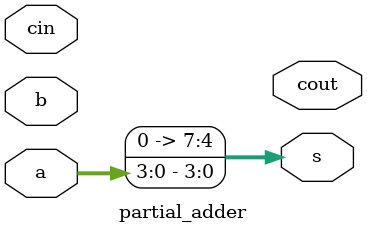
<source format=v>
module partial_adder (a, b, cin, s, cout);
input [7:0] a, b;
input cin;
output [7:0] s;
output cout;
assign s = {4'b0000, a[0+:4]};
endmodule

</source>
